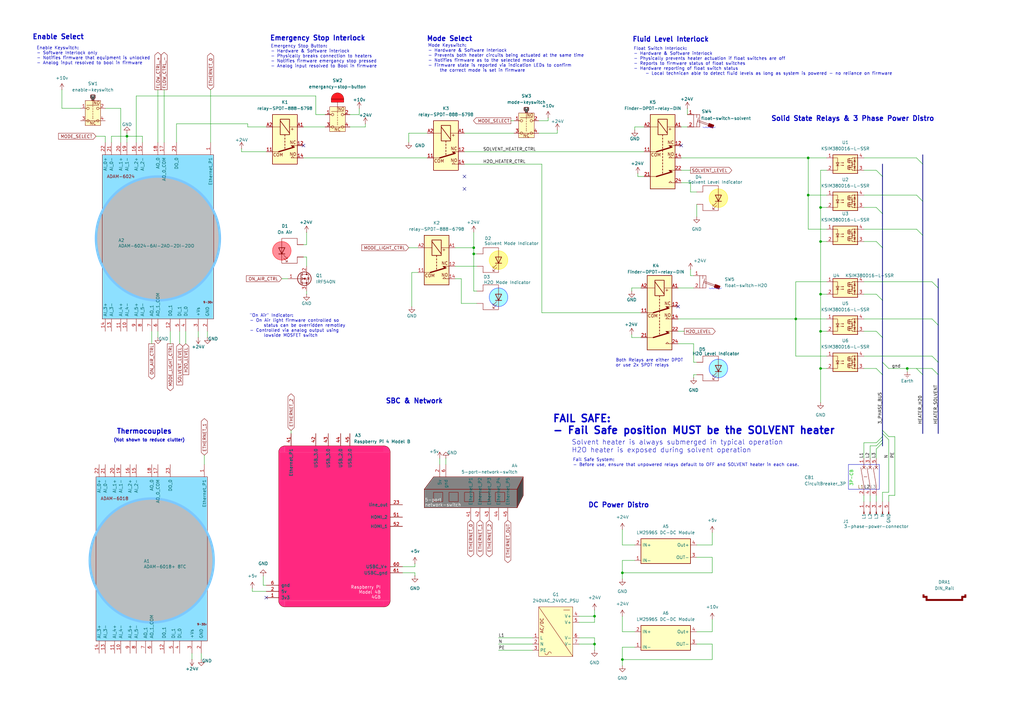
<source format=kicad_sch>
(kicad_sch (version 20231120) (generator "eeschema") (generator_version "8.0")
  (paper "A3")
  (junction (at 326.39 130.81))
  (junction (at 331.47 80.01))
  (junction (at 255.27 270.51))
  (junction (at 194.31 101.6))
  (junction (at 336.55 120.65))
  (junction (at 336.55 135.89))
  (junction (at 255.27 234.95))
  (junction (at 331.47 64.77))
  (junction (at 52.07 55.88))
  (junction (at 243.84 252.73))
  (junction (at 336.55 85.09))
  (junction (at 372.11 151.13))
  (junction (at 336.55 99.06))
  (junction (at 336.55 151.13))
  (junction (at 194.31 104.14))
  (junction (at 243.84 264.16))
  (no_connect (at 278.13 125.73))
  (no_connect (at 279.4 59.69))
  (no_connect (at 124.46 59.69))
  (no_connect (at 190.5 77.47))
  (no_connect (at 109.22 245.11))
  (no_connect (at 190.5 72.39))
  (bus_entry (at 375.92 93.98) (size 2.54 2.54))
  (bus_entry (at 359.41 85.09) (size 2.54 2.54))
  (bus_entry (at 382.27 115.57) (size 2.54 2.54))
  (bus_entry (at 359.41 135.89) (size 2.54 2.54))
  (bus_entry (at 361.95 176.53) (size 2.54 2.54))
  (bus_entry (at 359.41 151.13) (size 2.54 2.54))
  (bus_entry (at 382.27 146.05) (size 2.54 2.54))
  (bus_entry (at 361.95 179.07) (size -2.54 2.54))
  (bus_entry (at 361.95 148.59) (size 2.54 2.54))
  (bus_entry (at 361.95 177.8) (size 2.54 2.54))
  (bus_entry (at 382.27 151.13) (size 2.54 2.54))
  (bus_entry (at 361.95 180.34) (size -2.54 2.54))
  (bus_entry (at 375.92 151.13) (size 2.54 2.54))
  (bus_entry (at 359.41 99.06) (size 2.54 2.54))
  (bus_entry (at 359.41 120.65) (size 2.54 2.54))
  (bus_entry (at 382.27 130.81) (size 2.54 2.54))
  (bus_entry (at 375.92 64.77) (size 2.54 2.54))
  (bus_entry (at 359.41 69.85) (size 2.54 2.54))
  (bus_entry (at 359.41 184.15) (size 2.54 -2.54))
  (bus_entry (at 375.92 80.01) (size 2.54 2.54))
  (wire (pts (xy 149.86 52.07) (xy 149.86 50.8)))
  (wire (pts (xy 336.55 99.06) (xy 336.55 120.65)))
  (wire (pts (xy 255.27 229.87) (xy 260.35 229.87)))
  (wire (pts (xy 209.55 49.53) (xy 210.82 49.53)))
  (wire (pts (xy 52.07 55.88) (xy 52.07 58.42)))
  (wire (pts (xy 67.31 36.83) (xy 67.31 58.42)))
  (wire (pts (xy 125.73 109.22) (xy 125.73 105.41)))
  (wire (pts (xy 283.21 78.74) (xy 283.21 74.93)))
  (wire (pts (xy 336.55 135.89) (xy 336.55 151.13)))
  (wire (pts (xy 143.51 52.07) (xy 149.86 52.07)))
  (wire (pts (xy 259.08 138.43) (xy 262.89 138.43)))
  (wire (pts (xy 285.75 223.52) (xy 292.1 223.52)))
  (wire (pts (xy 228.6 54.61) (xy 228.6 53.34)))
  (wire (pts (xy 255.27 229.87) (xy 255.27 234.95)))
  (wire (pts (xy 279.4 52.07) (xy 281.94 52.07)))
  (wire (pts (xy 194.31 104.14) (xy 194.31 101.6)))
  (wire (pts (xy 372.11 151.13) (xy 375.92 151.13)))
  (wire (pts (xy 382.27 151.13) (xy 375.92 151.13)))
  (wire (pts (xy 52.07 54.61) (xy 52.07 55.88)))
  (wire (pts (xy 62.23 135.89) (xy 62.23 140.97)))
  (wire (pts (xy 83.82 186.69) (xy 83.82 190.5)))
  (wire (pts (xy 170.18 231.14) (xy 170.18 232.41)))
  (wire (pts (xy 73.66 135.89) (xy 73.66 140.97)))
  (wire (pts (xy 195.58 104.14) (xy 194.31 104.14)))
  (wire (pts (xy 255.27 265.43) (xy 255.27 270.51)))
  (wire (pts (xy 124.46 52.07) (xy 133.35 52.07)))
  (wire (pts (xy 367.03 179.07) (xy 367.03 203.2)))
  (wire (pts (xy 125.73 120.65) (xy 125.73 119.38)))
  (wire (pts (xy 354.33 181.61) (xy 359.41 181.61)))
  (wire (pts (xy 331.47 64.77) (xy 339.09 64.77)))
  (wire (pts (xy 190.5 54.61) (xy 210.82 54.61)))
  (wire (pts (xy 182.88 187.96) (xy 182.88 190.5)))
  (wire (pts (xy 354.33 181.61) (xy 354.33 187.96)))
  (wire (pts (xy 243.84 264.16) (xy 243.84 266.7)))
  (wire (pts (xy 331.47 80.01) (xy 339.09 80.01)))
  (wire (pts (xy 364.49 151.13) (xy 372.11 151.13)))
  (wire (pts (xy 167.64 54.61) (xy 175.26 54.61)))
  (wire (pts (xy 259.08 118.11) (xy 259.08 119.38)))
  (wire (pts (xy 115.57 114.3) (xy 118.11 114.3)))
  (wire (pts (xy 52.07 55.88) (xy 45.72 55.88)))
  (wire (pts (xy 25.4 36.83) (xy 25.4 44.45)))
  (wire (pts (xy 124.46 105.41) (xy 125.73 105.41)))
  (wire (pts (xy 45.72 55.88) (xy 45.72 58.42)))
  (wire (pts (xy 354.33 115.57) (xy 382.27 115.57)))
  (wire (pts (xy 167.64 54.61) (xy 167.64 58.42)))
  (wire (pts (xy 336.55 120.65) (xy 339.09 120.65)))
  (wire (pts (xy 361.95 205.74) (xy 361.95 201.93)))
  (wire (pts (xy 354.33 120.65) (xy 359.41 120.65)))
  (wire (pts (xy 64.77 138.43) (xy 64.77 135.89)))
  (wire (pts (xy 101.6 52.07) (xy 109.22 52.07)))
  (wire (pts (xy 354.33 135.89) (xy 359.41 135.89)))
  (wire (pts (xy 354.33 146.05) (xy 382.27 146.05)))
  (bus (pts (xy 361.95 138.43) (xy 361.95 148.59)))
  (wire (pts (xy 262.89 118.11) (xy 259.08 118.11)))
  (wire (pts (xy 260.35 52.07) (xy 260.35 53.34)))
  (wire (pts (xy 129.54 39.37) (xy 129.54 46.99)))
  (bus (pts (xy 378.46 82.55) (xy 378.46 96.52)))
  (wire (pts (xy 292.1 218.44) (xy 292.1 223.52)))
  (wire (pts (xy 220.98 49.53) (xy 224.79 49.53)))
  (bus (pts (xy 378.46 153.67) (xy 378.46 177.8)))
  (wire (pts (xy 224.79 49.53) (xy 224.79 48.26)))
  (wire (pts (xy 279.4 64.77) (xy 331.47 64.77)))
  (wire (pts (xy 285.75 259.08) (xy 292.1 259.08)))
  (bus (pts (xy 361.95 177.8) (xy 361.95 179.07)))
  (wire (pts (xy 354.33 93.98) (xy 375.92 93.98)))
  (wire (pts (xy 292.1 270.51) (xy 255.27 270.51)))
  (wire (pts (xy 326.39 130.81) (xy 326.39 146.05)))
  (wire (pts (xy 292.1 234.95) (xy 255.27 234.95)))
  (wire (pts (xy 280.67 135.89) (xy 278.13 135.89)))
  (wire (pts (xy 261.62 72.39) (xy 264.16 72.39)))
  (wire (pts (xy 326.39 115.57) (xy 339.09 115.57)))
  (wire (pts (xy 243.84 261.62) (xy 243.84 264.16)))
  (wire (pts (xy 195.58 124.46) (xy 189.23 124.46)))
  (wire (pts (xy 326.39 130.81) (xy 326.39 115.57)))
  (wire (pts (xy 354.33 85.09) (xy 359.41 85.09)))
  (wire (pts (xy 39.37 55.88) (xy 43.18 55.88)))
  (wire (pts (xy 69.85 140.97) (xy 69.85 135.89)))
  (wire (pts (xy 125.73 100.33) (xy 124.46 100.33)))
  (wire (pts (xy 147.32 44.45) (xy 147.32 46.99)))
  (wire (pts (xy 356.87 182.88) (xy 359.41 182.88)))
  (wire (pts (xy 43.18 55.88) (xy 43.18 58.42)))
  (wire (pts (xy 284.48 153.67) (xy 285.75 153.67)))
  (wire (pts (xy 331.47 80.01) (xy 331.47 93.98)))
  (wire (pts (xy 364.49 203.2) (xy 364.49 205.74)))
  (bus (pts (xy 384.81 133.35) (xy 384.81 118.11)))
  (wire (pts (xy 243.84 252.73) (xy 243.84 250.19)))
  (wire (pts (xy 336.55 151.13) (xy 339.09 151.13)))
  (wire (pts (xy 25.4 44.45) (xy 33.02 44.45)))
  (wire (pts (xy 278.13 130.81) (xy 326.39 130.81)))
  (wire (pts (xy 86.36 36.83) (xy 86.36 58.42)))
  (bus (pts (xy 361.95 87.63) (xy 361.95 101.6)))
  (wire (pts (xy 354.33 69.85) (xy 359.41 69.85)))
  (wire (pts (xy 78.74 267.97) (xy 78.74 270.51)))
  (wire (pts (xy 204.47 264.16) (xy 218.44 264.16)))
  (wire (pts (xy 55.88 39.37) (xy 55.88 58.42)))
  (wire (pts (xy 103.505 241.3) (xy 103.505 242.57)))
  (wire (pts (xy 292.1 254) (xy 292.1 259.08)))
  (wire (pts (xy 189.23 114.3) (xy 189.23 124.46)))
  (wire (pts (xy 107.95 240.03) (xy 109.22 240.03)))
  (wire (pts (xy 359.41 205.74) (xy 359.41 203.2)))
  (wire (pts (xy 283.21 74.93) (xy 279.4 74.93)))
  (wire (pts (xy 189.23 114.3) (xy 186.69 114.3)))
  (wire (pts (xy 204.47 266.7) (xy 218.44 266.7)))
  (wire (pts (xy 283.21 69.85) (xy 279.4 69.85)))
  (wire (pts (xy 284.48 154.94) (xy 284.48 153.67)))
  (wire (pts (xy 167.64 101.6) (xy 171.45 101.6)))
  (wire (pts (xy 364.49 180.34) (xy 364.49 201.93)))
  (wire (pts (xy 129.54 46.99) (xy 133.35 46.99)))
  (wire (pts (xy 107.95 236.22) (xy 107.95 240.03)))
  (wire (pts (xy 99.06 62.23) (xy 99.06 60.96)))
  (bus (pts (xy 361.95 72.39) (xy 361.95 87.63)))
  (wire (pts (xy 364.49 203.2) (xy 367.03 203.2)))
  (bus (pts (xy 384.81 133.35) (xy 384.81 148.59)))
  (wire (pts (xy 336.55 85.09) (xy 336.55 99.06)))
  (wire (pts (xy 194.31 104.14) (xy 194.31 119.38)))
  (wire (pts (xy 331.47 93.98) (xy 339.09 93.98)))
  (wire (pts (xy 278.13 118.11) (xy 284.48 118.11)))
  (wire (pts (xy 190.5 67.31) (xy 222.25 67.31)))
  (wire (pts (xy 170.18 232.41) (xy 165.1 232.41)))
  (wire (pts (xy 255.27 252.73) (xy 255.27 259.08)))
  (wire (pts (xy 186.69 109.22) (xy 195.58 109.22)))
  (wire (pts (xy 103.505 242.57) (xy 109.22 242.57)))
  (wire (pts (xy 364.49 179.07) (xy 367.03 179.07)))
  (wire (pts (xy 171.45 111.76) (xy 168.91 111.76)))
  (wire (pts (xy 255.27 265.43) (xy 260.35 265.43)))
  (wire (pts (xy 186.69 101.6) (xy 194.31 101.6)))
  (wire (pts (xy 237.49 264.16) (xy 243.84 264.16)))
  (wire (pts (xy 125.73 95.25) (xy 125.73 100.33)))
  (wire (pts (xy 285.75 264.16) (xy 292.1 264.16)))
  (wire (pts (xy 43.18 44.45) (xy 49.53 44.45)))
  (wire (pts (xy 180.34 187.96) (xy 180.34 190.5)))
  (wire (pts (xy 237.49 261.62) (xy 243.84 261.62)))
  (wire (pts (xy 194.31 119.38) (xy 195.58 119.38)))
  (wire (pts (xy 237.49 252.73) (xy 243.84 252.73)))
  (wire (pts (xy 243.84 255.27) (xy 243.84 252.73)))
  (wire (pts (xy 124.46 64.77) (xy 175.26 64.77)))
  (wire (pts (xy 204.47 261.62) (xy 218.44 261.62)))
  (wire (pts (xy 190.5 62.23) (xy 264.16 62.23)))
  (bus (pts (xy 384.81 148.59) (xy 384.81 153.67)))
  (bus (pts (xy 378.46 63.5) (xy 378.46 67.31)))
  (wire (pts (xy 143.51 46.99) (xy 147.32 46.99)))
  (wire (pts (xy 58.42 55.88) (xy 52.07 55.88)))
  (wire (pts (xy 336.55 99.06) (xy 339.09 99.06)))
  (wire (pts (xy 255.27 234.95) (xy 255.27 237.49)))
  (bus (pts (xy 361.95 123.19) (xy 361.95 138.43)))
  (wire (pts (xy 85.09 138.43) (xy 85.09 135.89)))
  (wire (pts (xy 354.33 64.77) (xy 375.92 64.77)))
  (bus (pts (xy 384.81 153.67) (xy 384.81 177.8)))
  (wire (pts (xy 292.1 228.6) (xy 292.1 234.95)))
  (wire (pts (xy 194.31 95.25) (xy 194.31 101.6)))
  (wire (pts (xy 354.33 80.01) (xy 375.92 80.01)))
  (wire (pts (xy 101.6 50.8) (xy 101.6 52.07)))
  (wire (pts (xy 170.18 234.95) (xy 165.1 234.95)))
  (wire (pts (xy 64.77 36.83) (xy 64.77 58.42)))
  (wire (pts (xy 170.18 236.22) (xy 170.18 234.95)))
  (wire (pts (xy 58.42 55.88) (xy 58.42 58.42)))
  (bus (pts (xy 361.95 181.61) (xy 361.95 182.88)))
  (wire (pts (xy 285.75 228.6) (xy 292.1 228.6)))
  (bus (pts (xy 361.95 67.31) (xy 361.95 72.39)))
  (wire (pts (xy 326.39 146.05) (xy 339.09 146.05)))
  (bus (pts (xy 361.95 176.53) (xy 361.95 177.8)))
  (wire (pts (xy 264.16 52.07) (xy 260.35 52.07)))
  (wire (pts (xy 255.27 259.08) (xy 260.35 259.08)))
  (wire (pts (xy 284.48 148.59) (xy 284.48 140.97)))
  (wire (pts (xy 72.39 50.8) (xy 101.6 50.8)))
  (wire (pts (xy 284.48 140.97) (xy 278.13 140.97)))
  (wire (pts (xy 76.2 135.89) (xy 76.2 140.97)))
  (wire (pts (xy 336.55 120.65) (xy 336.55 135.89)))
  (wire (pts (xy 331.47 64.77) (xy 331.47 80.01)))
  (wire (pts (xy 119.38 177.8) (xy 119.38 176.53)))
  (bus (pts (xy 378.46 67.31) (xy 378.46 82.55)))
  (wire (pts (xy 283.21 78.74) (xy 285.75 78.74)))
  (wire (pts (xy 81.28 135.89) (xy 81.28 138.43)))
  (bus (pts (xy 361.95 180.34) (xy 361.95 181.61)))
  (wire (pts (xy 359.41 184.15) (xy 359.41 187.96)))
  (bus (pts (xy 384.81 114.3) (xy 384.81 118.11)))
  (wire (pts (xy 255.27 217.17) (xy 255.27 223.52)))
  (wire (pts (xy 356.87 182.88) (xy 356.87 187.96)))
  (wire (pts (xy 336.55 135.89) (xy 339.09 135.89)))
  (wire (pts (xy 255.27 270.51) (xy 255.27 273.05)))
  (wire (pts (xy 354.33 130.81) (xy 382.27 130.81)))
  (wire (pts (xy 72.39 58.42) (xy 72.39 50.8)))
  (bus (pts (xy 361.95 101.6) (xy 361.95 123.19)))
  (wire (pts (xy 55.88 39.37) (xy 129.54 39.37)))
  (wire (pts (xy 255.27 223.52) (xy 260.35 223.52)))
  (bus (pts (xy 378.46 96.52) (xy 378.46 153.67)))
  (wire (pts (xy 168.91 111.76) (xy 168.91 125.73)))
  (bus (pts (xy 361.95 179.07) (xy 361.95 180.34)))
  (bus (pts (xy 361.95 153.67) (xy 361.95 176.53)))
  (wire (pts (xy 283.21 113.03) (xy 284.48 113.03)))
  (wire (pts (xy 354.33 151.13) (xy 359.41 151.13)))
  (wire (pts (xy 372.11 152.4) (xy 372.11 151.13)))
  (wire (pts (xy 292.1 264.16) (xy 292.1 270.51)))
  (bus (pts (xy 361.95 148.59) (xy 361.95 153.67)))
  (wire (pts (xy 49.53 44.45) (xy 49.53 58.42)))
  (wire (pts (xy 326.39 130.81) (xy 339.09 130.81)))
  (wire (pts (xy 336.55 85.09) (xy 339.09 85.09)))
  (wire (pts (xy 339.09 69.85) (xy 336.55 69.85)))
  (wire (pts (xy 354.33 205.74) (xy 354.33 203.2)))
  (wire (pts (xy 336.55 151.13) (xy 336.55 165.1)))
  (wire (pts (xy 261.62 71.12) (xy 261.62 72.39)))
  (wire (pts (xy 82.55 270.51) (xy 82.55 267.97)))
  (wire (pts (xy 361.95 201.93) (xy 364.49 201.93)))
  (wire (pts (xy 285.75 88.9) (xy 285.75 83.82)))
  (wire (pts (xy 336.55 69.85) (xy 336.55 85.09)))
  (wire (pts (xy 354.33 99.06) (xy 359.41 99.06)))
  (wire (pts (xy 356.87 205.74) (xy 356.87 203.2)))
  (wire (pts (xy 283.21 113.03) (xy 283.21 110.49)))
  (wire (pts (xy 222.25 67.31) (xy 222.25 128.27)))
  (wire (pts (xy 237.49 255.27) (xy 243.84 255.27)))
  (wire (pts (xy 222.25 128.27) (xy 262.89 128.27)))
  (wire (pts (xy 259.08 137.16) (xy 259.08 138.43)))
  (wire (pts (xy 99.06 62.23) (xy 109.22 62.23)))
  (wire (pts (xy 285.75 148.59) (xy 284.48 148.59)))
  (wire (pts (xy 220.98 54.61) (xy 228.6 54.61)))
  (wire (pts (xy 281.94 46.99) (xy 281.94 44.45)))
  (text "Emergency Stop Interlock" (at 130.302 15.748 0) (effects (font (size 2 2) (thickness 0.4) (bold yes))))
  (text "Emergency Stop Button:\n- Hardware & Software interlock\n- Physically breaks connection to heaters\n- Notifies firmware emergancy stop pressed\n- Analog input resolved to Bool in firmware" (at 110.998 23.114 0) (effects (font (size 1.27 1.27)) (justify left)))
  (text "Enable Select" (at 23.876 15.24 0) (effects (font (size 2 2) (thickness 0.4) (bold yes))))
  (text "Float Switch Interlock:\n- Hardware & Software interlock\n- Physically prevents heater actuation if float switches are off\n- Reports to firmware status of float switches\n- Hardware reporting of float switch status\n	- Local technican able to detect fluid levels as long as system is powered - no reliance on firmware\n" (at 259.842 25.146 0) (effects (font (size 1.27 1.27)) (justify left)))
  (text "(Not shown to reduce clutter)" (at 61.214 180.594 0) (effects (font (size 1.27 1.27) (bold yes))))
  (text "Enable Keyswitch:\n- Software Interlock only\n- Notifies firmware that equipment is unlocked\n- Analog input resolved to bool in firmware\n" (at 14.986 22.86 0) (effects (font (size 1.27 1.27)) (justify left)))
  (text "Fluid Level Interlock" (at 275.082 16.256 0) (effects (font (size 2 2) (thickness 0.4) (bold yes))))
  (text "SBC & Network" (at 169.926 164.592 0) (effects (font (size 2 2) (thickness 0.4) (bold yes))))
  (text "Fail Safe System:\n- Before use, ensure that unpowered relays default to OFF and SOLVENT heater in each case." (at 234.95 187.96 0) (effects (font (size 1.27 1.27)) (justify left top)))
  (text "Both Relays are either DPDT\nor use 2x SPDT relays" (at 252.476 148.844 0) (effects (font (size 1.27 1.27)) (justify left)))
  (text "\"On Air\" Indicator:\n- On Air light firmware controlled so\n	 status can be overridden remotley\n- Controlled via analog output using\n	 lowside MOSFET switch" (at 102.362 128.778 0) (effects (font (size 1.27 1.27)) (justify left top)))
  (text "Mode Keyswitch:\n- Hardware & Software Interlock\n- Prevents both heater circuits being actuated at the same time\n- Notifies firmware as to the selected mode\n- Firmware state is reported via indication LEDs to confirm \n	the correct mode is set in firmware" (at 175.514 23.876 0) (effects (font (size 1.27 1.27)) (justify left)))
  (text "Solvent heater is always submerged in typical operation\nH2O heater is exposed during solvent operation" (at 234.442 180.34 0) (effects (font (size 2 2)) (justify left top)))
  (text "DC Power Distro" (at 253.746 207.264 0) (effects (font (size 2 2) (thickness 0.4) (bold yes))))
  (text "Thermocouples" (at 59.182 177.038 0) (effects (font (size 2 2) (thickness 0.4) (bold yes))))
  (text "FAIL SAFE:\n- Fail Safe position MUST be the SOLVENT heater" (at 226.568 174.244 0) (effects (font (size 3 3) (thickness 0.6) (bold yes)) (justify left)))
  (text "Mode Select" (at 184.404 16.002 0) (effects (font (size 2 2) (thickness 0.4) (bold yes))))
  (text "Solid State Relays & 3 Phase Power Distro" (at 349.758 48.768 0) (effects (font (size 2 2) (thickness 0.4) (bold yes))))
  (label "PE" (at 367.03 187.96 90))
  (label "SOLVENT_HEATER_CTRL" (at 198.12 62.23 0))
  (label "H2O_HEATER_CTRL" (at 198.12 67.31 0))
  (label "L3" (at 359.41 187.96 90))
  (label "N" (at 364.49 187.96 90))
  (label "HEATER_H20" (at 378.46 173.99 90))
  (label "gnd" (at 365.76 151.13 0))
  (label "PE" (at 204.47 266.7 0))
  (label "L1" (at 204.47 261.62 0))
  (label "L2" (at 356.87 187.96 90))
  (label "N" (at 204.47 264.16 0))
  (label "HEATER_SOLVENT" (at 384.81 173.99 90))
  (label "L1" (at 354.33 187.96 90))
  (label "3_PHASE_BUS" (at 361.95 173.99 90))
  (global_label "ETHERNET_2" (shape bidirectional) (at 119.38 176.53 90) (property "Intersheetrefs" "${INTERSHEET_REFS}" (effects (hide yes))))
  (global_label "ON_AIR_CTRL" (shape input) (at 115.57 114.3 180) (property "Intersheetrefs" "${INTERSHEET_REFS}" (effects (hide yes))))
  (global_label "SOLVENT_LEVEL" (shape input) (at 73.66 140.97 270) (property "Intersheetrefs" "${INTERSHEET_REFS}" (effects (hide yes))))
  (global_label "MODE_LIGHT_CTRL" (shape input) (at 167.64 101.6 180) (property "Intersheetrefs" "${INTERSHEET_REFS}" (effects (hide yes))))
  (global_label "ETHERNET_1" (shape bidirectional) (at 83.82 186.69 90) (property "Intersheetrefs" "${INTERSHEET_REFS}" (effects (hide yes))))
  (global_label "ETHERNET_1" (shape bidirectional) (at 196.85 213.36 270) (property "Intersheetrefs" "${INTERSHEET_REFS}" (effects (hide yes))))
  (global_label "MODE_SELECT" (shape input) (at 39.37 55.88 180) (property "Intersheetrefs" "${INTERSHEET_REFS}" (effects (hide yes))))
  (global_label "ETHERNET_2" (shape bidirectional) (at 200.66 213.36 270) (property "Intersheetrefs" "${INTERSHEET_REFS}" (effects (hide yes))))
  (global_label "SOLVENT_LEVEL" (shape output) (at 283.21 69.85 0) (property "Intersheetrefs" "${INTERSHEET_REFS}" (effects (hide yes))))
  (global_label "FLOW_CTRL_+" (shape output) (at 64.77 36.83 90) (property "Intersheetrefs" "${INTERSHEET_REFS}" (effects (hide yes))))
  (global_label "MODE_LIGHT_CTRL" (shape output) (at 69.85 140.97 270) (property "Intersheetrefs" "${INTERSHEET_REFS}" (effects (hide yes))))
  (global_label "H2O_LEVEL" (shape input) (at 76.2 140.97 270) (property "Intersheetrefs" "${INTERSHEET_REFS}" (effects (hide yes))))
  (global_label "ETHERNET_0" (shape bidirectional) (at 193.04 213.36 270) (property "Intersheetrefs" "${INTERSHEET_REFS}" (effects (hide yes))))
  (global_label "H2O_LEVEL" (shape output) (at 280.67 135.89 0) (property "Intersheetrefs" "${INTERSHEET_REFS}" (effects (hide yes))))
  (global_label "ETHERNET_0" (shape bidirectional) (at 86.36 36.83 90) (property "Intersheetrefs" "${INTERSHEET_REFS}" (effects (hide yes))))
  (global_label "ETHERNET_OUT" (shape bidirectional) (at 208.28 213.36 270) (property "Intersheetrefs" "${INTERSHEET_REFS}" (effects (hide yes))))
  (global_label "ON_AIR_CTRL" (shape output) (at 62.23 140.97 270) (property "Intersheetrefs" "${INTERSHEET_REFS}" (effects (hide yes))))
  (global_label "MODE_SELECT" (shape output) (at 209.55 49.53 180) (property "Intersheetrefs" "${INTERSHEET_REFS}" (effects (hide yes))))
  (global_label "FLOW_CTRL_-" (shape output) (at 67.31 36.83 90) (property "Intersheetrefs" "${INTERSHEET_REFS}" (effects (hide yes))))
  (symbol (lib_id "004_Industrial_Automation_ADAM:SW-keyswitch") (at 38.1 46.99 0) (unit 1)
    (property "Reference" "SW1" (at 38.1 34.29 0))
    (property "Value" "enable-keyswitch" (at 38.1 36.83 0))
    (property "Description" "Push button switch, generic, symbol, four pins" (effects (hide yes)))
  )
  (symbol (lib_id "000_Mechanical_Immo:DIN_Rail") (at 387.35 242.57 0) (unit 1)
    (property "Reference" "DRA1" (at 387.35 238.76 0))
    (property "Value" "DIN_Rail" (at 387.35 241.3 0))
    (property "Description" "DIN Rail adapter universal, mounting holes without connection" (effects (hide yes)))
  )
  (symbol (lib_id "004_Industrial_Automation_ADAM:KSIM380D16-L-SSR") (at 346.71 118.11 0) (unit 1)
    (property "Reference" "U4" (at 341.63 113.03 0) (effects (justify left)))
    (property "Value" "KSIM380D16-L-SSR" (at 346.71 113.03 0) (effects (justify left)))
    (property "Footprint" "000-industrial:KSIM380D16-L-solid-state-relay" (effects (hide yes)))
    (property "Datasheet" "https://docs.broadcom.com/docs/AV02-0173EN" (effects (hide yes)))
    (property "Description" "Form A, Solid State Relay (Photo MOSFET) 60V, 0.2A, 10Ohm, SO-4" (effects (hide yes)))
  )
  (symbol (lib_id "power:+24V") (at 194.31 95.25 0) (unit 1)
    (property "Reference" "#PWR021" (effects (hide yes)))
    (property "Value" "+24V" (at 194.056 91.186 0))
    (property "Description" "Power symbol creates a global label with name \"+24V\"" (effects (hide yes)))
  )
  (symbol (lib_id "power:GND") (at 125.73 120.65 0) (unit 1)
    (property "Reference" "#PWR012" (effects (hide yes)))
    (property "Value" "GND" (at 125.73 124.46 0))
    (property "Description" "Power symbol creates a global label with name \"GND\" , ground" (effects (hide yes)))
  )
  (symbol (lib_id "power:+24V") (at 25.4 36.83 0) (unit 1)
    (property "Reference" "#PWR01" (effects (hide yes)))
    (property "Value" "+10v" (at 25.4 32.004 0))
    (property "Description" "Power symbol creates a global label with name \"+24V\"" (effects (hide yes)))
  )
  (symbol (lib_id "004_Industrial_Automation_ADAM:LED-panel-yellow") (at 204.47 106.68 0) (mirror y) (unit 1)
    (property "Reference" "D2" (at 200.152 97.79 0))
    (property "Value" "Solvent Mode Indicator" (at 209.804 99.822 0))
    (property "Description" "Light emitting diode" (effects (hide yes)))
  )
  (symbol (lib_id "power:GND") (at 85.09 138.43 0) (unit 1)
    (property "Reference" "#PWR07" (effects (hide yes)))
    (property "Value" "GND" (at 87.376 138.938 0))
    (property "Description" "Power symbol creates a global label with name \"GND\" , ground" (effects (hide yes)))
  )
  (symbol (lib_id "power:GND") (at 259.08 119.38 0) (unit 1)
    (property "Reference" "#PWR030" (effects (hide yes)))
    (property "Value" "GND" (at 259.08 122.936 0))
    (property "Description" "Power symbol creates a global label with name \"GND\" , ground" (effects (hide yes)))
  )
  (symbol (lib_id "004_Industrial_Automation_ADAM:KSIM380D16-L-SSR") (at 346.71 133.35 0) (unit 1)
    (property "Reference" "U5" (at 346.71 124.46 0))
    (property "Value" "KSIM380D16-L-SSR" (at 346.71 127 0))
    (property "Footprint" "000-industrial:KSIM380D16-L-solid-state-relay" (effects (hide yes)))
    (property "Datasheet" "https://docs.broadcom.com/docs/AV02-0173EN" (effects (hide yes)))
    (property "Description" "Form A, Solid State Relay (Photo MOSFET) 60V, 0.2A, 10Ohm, SO-4" (effects (hide yes)))
  )
  (symbol (lib_id "power:GND") (at 82.55 270.51 0) (unit 1)
    (property "Reference" "#PWR06" (effects (hide yes)))
    (property "Value" "GND" (at 84.836 271.018 0))
    (property "Description" "Power symbol creates a global label with name \"GND\" , ground" (effects (hide yes)))
  )
  (symbol (lib_id "004_Industrial_Automation_ADAM:KSIM380D16-L-SSR") (at 346.71 82.55 0) (unit 1)
    (property "Reference" "U2" (at 346.71 73.66 0))
    (property "Value" "KSIM380D16-L-SSR" (at 346.71 76.2 0))
    (property "Footprint" "000-industrial:KSIM380D16-L-solid-state-relay" (effects (hide yes)))
    (property "Datasheet" "https://docs.broadcom.com/docs/AV02-0173EN" (effects (hide yes)))
    (property "Description" "Form A, Solid State Relay (Photo MOSFET) 60V, 0.2A, 10Ohm, SO-4" (effects (hide yes)))
  )
  (symbol (lib_id "004_Industrial_Automation_ADAM:ADAM-6024-6AI-2AO-2DI-2DO") (at 64.77 97.79 0) (unit 1)
    (property "Reference" "A2" (at 48.514 98.552 0) (effects (justify left)))
    (property "Value" "ADAM-6024-6AI-2AO-2DI-2DO" (at 48.514 100.838 0) (effects (justify left)))
  )
  (symbol (lib_id "power:+24V") (at 255.27 217.17 0) (unit 1)
    (property "Reference" "#PWR026" (effects (hide yes)))
    (property "Value" "+24V" (at 255.27 212.09 0))
    (property "Description" "Power symbol creates a global label with name \"+24V\"" (effects (hide yes)))
  )
  (symbol (lib_id "004_Industrial_Automation_ADAM:network-switch-5-way") (at 194.31 201.93 0) (unit 1)
    (property "Reference" "A4" (at 212.344 191.008 0) (effects (justify right)))
    (property "Value" "5-port-network-switch" (at 212.344 193.548 0) (effects (justify right)))
  )
  (symbol (lib_id "004_Industrial_Connectors_Immo:240VAC_24VDC_PSU") (at 223.52 261.62 90) (mirror x) (unit 1)
    (property "Reference" "G1" (at 227.9649 243.84 90))
    (property "Value" "240VAC_24VDC_PSU" (at 227.9649 246.38 90))
    (property "Description" "250W 9-40v Input Non-Isolated DC-DC Converter" (effects (hide yes)))
  )
  (symbol (lib_id "004_Industrial_Automation_ADAM:float-switch") (at 287.02 49.53 0) (unit 1)
    (property "Reference" "SW4" (at 287.782 45.72 0) (effects (justify left)))
    (property "Value" "float-switch-solvent" (at 287.528 48.514 0) (effects (justify left)))
    (property "Description" "Single Pole Single Throw (SPST) switch" (effects (hide yes)))
  )
  (symbol (lib_id "power:+24V") (at 292.1 254 0) (unit 1)
    (property "Reference" "#PWR039" (effects (hide yes)))
    (property "Value" "+10v" (at 292.1 248.92 0))
    (property "Description" "Power symbol creates a global label with name \"+24V\"" (effects (hide yes)))
  )
  (symbol (lib_id "power:GND") (at 170.18 236.22 0) (unit 1)
    (property "Reference" "#PWR018" (effects (hide yes)))
    (property "Value" "GND" (at 170.18 241.3 0))
    (property "Description" "Power symbol creates a global label with name \"GND\" , ground" (effects (hide yes)))
  )
  (symbol (lib_id "power:GND") (at 255.27 273.05 0) (unit 1)
    (property "Reference" "#PWR029" (effects (hide yes)))
    (property "Value" "GND" (at 255.27 278.13 0))
    (property "Description" "Power symbol creates a global label with name \"GND\" , ground" (effects (hide yes)))
  )
  (symbol (lib_id "004_Industrial_Automation_ADAM:SW-emergancy-stop") (at 138.43 49.53 0) (unit 1)
    (property "Reference" "SW2" (at 138.43 33.02 0))
    (property "Value" "emergancy-stop-button" (at 138.43 35.56 0))
    (property "Description" "Push button switch, generic, symbol, four pins" (effects (hide yes)))
  )
  (symbol (lib_id "power:GND") (at 284.48 154.94 0) (unit 1)
    (property "Reference" "#PWR036" (effects (hide yes)))
    (property "Value" "GND" (at 284.48 160.02 0))
    (property "Description" "Power symbol creates a global label with name \"GND\" , ground" (effects (hide yes)))
  )
  (symbol (lib_id "004_Industrial_Automation_ADAM:relay-DPDT-DIN-RAIL-finder-623-7157") (at 270.51 124.46 0) (unit 1)
    (property "Reference" "K4" (at 268.986 108.966 0))
    (property "Value" "Finder-DPDT-relay-DIN" (at 268.986 111.506 0))
    (property "Footprint" "000-industrial:relay-DPDT-finder-623-7157" (effects (hide yes)))
    (property "Datasheet" "http://omronfs.omron.com/en_US/ecb/products/pdf/en-g6k.pdf" (effects (hide yes)))
    (property "Description" "Miniature 2-pole relay, Single-side Stable" (effects (hide yes)))
  )
  (symbol (lib_id "power:+24V") (at 147.32 44.45 0) (unit 1)
    (property "Reference" "#PWR013" (effects (hide yes)))
    (property "Value" "+10v" (at 147.32 40.894 0))
    (property "Description" "Power symbol creates a global label with name \"+24V\"" (effects (hide yes)))
  )
  (symbol (lib_id "power:GND") (at 52.07 54.61 180) (unit 1)
    (property "Reference" "#PWR02" (effects (hide yes)))
    (property "Value" "GND" (at 52.07 51.054 0))
    (property "Description" "Power symbol creates a global label with name \"GND\" , ground" (effects (hide yes)))
  )
  (symbol (lib_id "power:+24V") (at 283.21 110.49 0) (unit 1)
    (property "Reference" "#PWR035" (effects (hide yes)))
    (property "Value" "+24V" (at 287.02 106.934 0))
    (property "Description" "Power symbol creates a global label with name \"+24V\"" (effects (hide yes)))
  )
  (symbol (lib_id "power:GND") (at 336.55 165.1 0) (unit 1)
    (property "Reference" "#PWR040" (effects (hide yes)))
    (property "Value" "GND" (at 336.55 170.18 0))
    (property "Description" "Power symbol creates a global label with name \"GND\" , ground" (effects (hide yes)))
  )
  (symbol (lib_id "power:GND") (at 168.91 125.73 0) (unit 1)
    (property "Reference" "#PWR016" (effects (hide yes)))
    (property "Value" "GND" (at 168.91 129.54 0))
    (property "Description" "Power symbol creates a global label with name \"GND\" , ground" (effects (hide yes)))
  )
  (symbol (lib_id "004_Industrial_Automation_ADAM:LED-panel-blue") (at 294.64 151.13 0) (mirror y) (unit 1)
    (property "Reference" "D5" (at 288.036 143.256 0))
    (property "Value" "H2O Level Indicator" (at 293.624 145.034 0))
    (property "Description" "Light emitting diode" (effects (hide yes)))
  )
  (symbol (lib_id "004_Industrial_Automation_ADAM:relay-SPDT-DIN-RAIL-888-6798") (at 179.07 107.95 0) (unit 1)
    (property "Reference" "K2" (at 179.07 91.44 0))
    (property "Value" "relay-SPDT-888-6798" (at 179.07 93.98 0))
    (property "Footprint" "000-industrial:relay-SPDT-888-6798" (effects (hide yes)))
    (property "Datasheet" "http://omronfs.omron.com/en_US/ecb/products/pdf/en-g6k.pdf" (effects (hide yes)))
    (property "Description" "Miniature 2-pole relay, Single-side Stable" (effects (hide yes)))
  )
  (symbol (lib_id "004_Industrial_Automation_ADAM:ADAM-6018+_8TC") (at 62.23 229.87 0) (unit 1)
    (property "Reference" "A1" (at 58.928 230.124 0) (effects (justify left)))
    (property "Value" "ADAM-6018+ 8TC" (at 58.928 232.41 0) (effects (justify left)))
  )
  (symbol (lib_id "power:GND") (at 182.88 187.96 180) (unit 1)
    (property "Reference" "#PWR020" (effects (hide yes)))
    (property "Value" "GND" (at 185.42 185.674 0))
    (property "Description" "Power symbol creates a global label with name \"GND\" , ground" (effects (hide yes)))
  )
  (symbol (lib_id "004_Industrial_Automation_ADAM:LED-panel-red") (at 115.57 102.87 0) (unit 1)
    (property "Reference" "D1" (at 116.84 92.71 0))
    (property "Value" "On Air" (at 116.84 95.25 0))
    (property "Description" "Light emitting diode" (effects (hide yes)))
  )
  (symbol (lib_id "power:+24V") (at 125.73 95.25 0) (unit 1)
    (property "Reference" "#PWR011" (effects (hide yes)))
    (property "Value" "+24V" (at 125.476 91.186 0))
    (property "Description" "Power symbol creates a global label with name \"+24V\"" (effects (hide yes)))
  )
  (symbol (lib_id "power:+24V") (at 261.62 71.12 0) (unit 1)
    (property "Reference" "#PWR033" (effects (hide yes)))
    (property "Value" "+24V" (at 261.366 67.056 0))
    (property "Description" "Power symbol creates a global label with name \"+24V\"" (effects (hide yes)))
  )
  (symbol (lib_id "power:GND") (at 107.95 236.22 0) (mirror x) (unit 1)
    (property "Reference" "#PWR010" (effects (hide yes)))
    (property "Value" "GND" (at 107.95 231.14 0))
    (property "Description" "Power symbol creates a global label with name \"GND\" , ground" (effects (hide yes)))
  )
  (symbol (lib_id "power:+24V") (at 228.6 53.34 0) (unit 1)
    (property "Reference" "#PWR023" (effects (hide yes)))
    (property "Value" "+24V" (at 228.6 49.784 0))
    (property "Description" "Power symbol creates a global label with name \"+24V\"" (effects (hide yes)))
  )
  (symbol (lib_id "004_Industrial_Automation_ADAM:relay-DPDT-DIN-RAIL-finder-623-7157") (at 271.78 58.42 0) (unit 1)
    (property "Reference" "K5" (at 267.716 41.91 0))
    (property "Value" "Finder-DPDT-relay-DIN" (at 267.716 44.45 0))
    (property "Footprint" "000-industrial:relay-DPDT-finder-623-7157" (effects (hide yes)))
    (property "Datasheet" "http://omronfs.omron.com/en_US/ecb/products/pdf/en-g6k.pdf" (effects (hide yes)))
    (property "Description" "Miniature 2-pole relay, Single-side Stable" (effects (hide yes)))
  )
  (symbol (lib_id "004_Industrial_Automation_ADAM:relay-SPDT-DIN-RAIL-888-6798") (at 182.88 60.96 0) (unit 1)
    (property "Reference" "K3" (at 182.88 44.45 0))
    (property "Value" "relay-SPDT-888-6798" (at 182.88 46.99 0))
    (property "Footprint" "000-industrial:relay-SPDT-888-6798" (effects (hide yes)))
    (property "Datasheet" "http://omronfs.omron.com/en_US/ecb/products/pdf/en-g6k.pdf" (effects (hide yes)))
    (property "Description" "Miniature 2-pole relay, Single-side Stable" (effects (hide yes)))
  )
  (symbol (lib_id "power:+24V") (at 78.74 270.51 180) (unit 1)
    (property "Reference" "#PWR04" (effects (hide yes)))
    (property "Value" "+24V" (at 78.74 274.32 0))
    (property "Description" "Power symbol creates a global label with name \"+24V\"" (effects (hide yes)))
  )
  (symbol (lib_id "000_Modules_Immo:LM2596S DC-DC Module") (at 273.05 261.62 0) (unit 1)
    (property "Reference" "A6" (at 273.05 251.46 0))
    (property "Value" "LM2596S DC-DC Module" (at 273.05 254 0))
    (property "Footprint" "000_Modules_Immo:LM2596S DC-DC Module" (effects (hide yes)))
    (property "Datasheet" "http://www.ti.com/lit/ds/symlink/lm2596.pdf" (effects (hide yes)))
    (property "Description" "5V 3A Step-Down Voltage Regulator, TO-263" (effects (hide yes)))
  )
  (symbol (lib_id "004_Industrial_Automation_ADAM:LED-panel-blue") (at 204.47 121.92 0) (mirror y) (unit 1)
    (property "Reference" "D3" (at 199.644 113.538 0))
    (property "Value" "H2O Mode Indicator" (at 208.026 115.824 0))
    (property "Description" "Light emitting diode" (effects (hide yes)))
  )
  (symbol (lib_id "power:+24V") (at 224.79 48.26 0) (unit 1)
    (property "Reference" "#PWR022" (effects (hide yes)))
    (property "Value" "+10v" (at 224.79 43.434 0))
    (property "Description" "Power symbol creates a global label with name \"+24V\"" (effects (hide yes)))
  )
  (symbol (lib_id "004_Industrial_Connectors_Immo:3-phase-power-connector") (at 356.87 210.82 90) (unit 1)
    (property "Reference" "J1" (at 346.964 213.868 90))
    (property "Value" "3-phase-power-connector" (at 359.41 215.9 90))
    (property "Description" "Generic connector, single row, 01x03, script generated (kicad-library-utils/schlib/autogen/connector/)" (effects (hide yes)))
  )
  (symbol (lib_id "power:Earth") (at 372.11 152.4 0) (unit 1)
    (property "Reference" "#PWR041" (effects (hide yes)))
    (property "Value" "Earth" (at 372.11 156.21 0))
    (property "Description" "Power symbol creates a global label with name \"Earth\"" (effects (hide yes)))
  )
  (symbol (lib_id "power:+24V") (at 281.94 44.45 0) (unit 1)
    (property "Reference" "#PWR034" (effects (hide yes)))
    (property "Value" "+24V" (at 281.686 40.64 0))
    (property "Description" "Power symbol creates a global label with name \"+24V\"" (effects (hide yes)))
  )
  (symbol (lib_id "power:GND") (at 260.35 53.34 0) (unit 1)
    (property "Reference" "#PWR032" (effects (hide yes)))
    (property "Value" "GND" (at 260.35 56.896 0))
    (property "Description" "Power symbol creates a global label with name \"GND\" , ground" (effects (hide yes)))
  )
  (symbol (lib_id "power:+24V") (at 81.28 138.43 180) (unit 1)
    (property "Reference" "#PWR05" (effects (hide yes)))
    (property "Value" "+24V" (at 81.28 142.24 0))
    (property "Description" "Power symbol creates a global label with name \"+24V\"" (effects (hide yes)))
  )
  (symbol (lib_id "power:+24V") (at 103.505 241.3 0) (mirror y) (unit 1)
    (property "Reference" "#PWR09" (effects (hide yes)))
    (property "Value" "+5v" (at 103.505 236.22 0))
    (property "Description" "Power symbol creates a global label with name \"+24V\"" (effects (hide yes)))
  )
  (symbol (lib_id "power:+24V") (at 99.06 60.96 0) (unit 1)
    (property "Reference" "#PWR08" (effects (hide yes)))
    (property "Value" "+24V" (at 99.06 57.404 0))
    (property "Description" "Power symbol creates a global label with name \"+24V\"" (effects (hide yes)))
  )
  (symbol (lib_name "float-switch_1") (lib_id "004_Industrial_Automation_ADAM:float-switch") (at 289.56 115.57 0) (unit 1)
    (property "Reference" "SW5" (at 297.18 114.5539 0) (effects (justify left)))
    (property "Value" "float-switch-H2O" (at 297.18 117.0939 0) (effects (justify left)))
    (property "Description" "Single Pole Single Throw (SPST) switch" (effects (hide yes)))
  )
  (symbol (lib_id "000_Modules_Immo:LM2596S DC-DC Module") (at 273.05 226.06 0) (unit 1)
    (property "Reference" "A5" (at 273.05 215.9 0))
    (property "Value" "LM2596S DC-DC Module" (at 273.05 218.44 0))
    (property "Footprint" "000_Modules_Immo:LM2596S DC-DC Module" (effects (hide yes)))
    (property "Datasheet" "http://www.ti.com/lit/ds/symlink/lm2596.pdf" (effects (hide yes)))
    (property "Description" "5V 3A Step-Down Voltage Regulator, TO-263" (effects (hide yes)))
  )
  (symbol (lib_id "power:+24V") (at 180.34 187.96 0) (unit 1)
    (property "Reference" "#PWR019" (effects (hide yes)))
    (property "Value" "+5v" (at 178.054 185.166 0))
    (property "Description" "Power symbol creates a global label with name \"+24V\"" (effects (hide yes)))
  )
  (symbol (lib_id "power:+24V") (at 170.18 231.14 0) (unit 1)
    (property "Reference" "#PWR017" (effects (hide yes)))
    (property "Value" "+5v" (at 170.18 226.06 0))
    (property "Description" "Power symbol creates a global label with name \"+24V\"" (effects (hide yes)))
  )
  (symbol (lib_id "Transistor_FET:IRF540N") (at 123.19 114.3 0) (unit 1)
    (property "Reference" "Q1" (at 129.54 113.0299 0) (effects (justify left)))
    (property "Value" "IRF540N" (at 129.54 115.5699 0) (effects (justify left)))
    (property "Footprint" "Package_TO_SOT_THT:TO-220-3_Vertical" (effects (hide yes)))
    (property "Datasheet" "http://www.irf.com/product-info/datasheets/data/irf540n.pdf" (effects (hide yes)))
    (property "Description" "33A Id, 100V Vds, HEXFET N-Channel MOSFET, TO-220" (effects (hide yes)))
  )
  (symbol (lib_id "004_Industrial_Automation_ADAM:KSIM380D16-L-SSR") (at 346.71 148.59 0) (unit 1)
    (property "Reference" "U6" (at 346.71 139.7 0))
    (property "Value" "KSIM380D16-L-SSR" (at 346.71 142.24 0))
    (property "Footprint" "000-industrial:KSIM380D16-L-solid-state-relay" (effects (hide yes)))
    (property "Datasheet" "https://docs.broadcom.com/docs/AV02-0173EN" (effects (hide yes)))
    (property "Description" "Form A, Solid State Relay (Photo MOSFET) 60V, 0.2A, 10Ohm, SO-4" (effects (hide yes)))
  )
  (symbol (lib_id "power:GND") (at 64.77 138.43 0) (unit 1)
    (property "Reference" "#PWR03" (effects (hide yes)))
    (property "Value" "GND" (at 67.056 138.938 0))
    (property "Description" "Power symbol creates a global label with name \"GND\" , ground" (effects (hide yes)))
  )
  (symbol (lib_id "power:GND") (at 285.75 88.9 0) (mirror y) (unit 1)
    (property "Reference" "#PWR037" (effects (hide yes)))
    (property "Value" "GND" (at 285.75 93.98 0))
    (property "Description" "Power symbol creates a global label with name \"GND\" , ground" (effects (hide yes)))
  )
  (symbol (lib_id "power:GND") (at 243.84 266.7 0) (unit 1)
    (property "Reference" "#PWR025" (effects (hide yes)))
    (property "Value" "GND" (at 243.84 271.78 0))
    (property "Description" "Power symbol creates a global label with name \"GND\" , ground" (effects (hide yes)))
  )
  (symbol (lib_id "power:+24V") (at 292.1 218.44 0) (unit 1)
    (property "Reference" "#PWR038" (effects (hide yes)))
    (property "Value" "+5v" (at 292.1 213.36 0))
    (property "Description" "Power symbol creates a global label with name \"+24V\"" (effects (hide yes)))
  )
  (symbol (lib_id "power:GND") (at 167.64 58.42 0) (unit 1)
    (property "Reference" "#PWR015" (effects (hide yes)))
    (property "Value" "GND" (at 170.18 59.6899 0) (effects (justify left)))
    (property "Description" "Power symbol creates a global label with name \"GND\" , ground" (effects (hide yes)))
  )
  (symbol (lib_id "power:GND") (at 255.27 237.49 0) (unit 1)
    (property "Reference" "#PWR027" (effects (hide yes)))
    (property "Value" "GND" (at 255.27 242.57 0))
    (property "Description" "Power symbol creates a global label with name \"GND\" , ground" (effects (hide yes)))
  )
  (symbol (lib_id "004_Industrial_Automation_ADAM:KSIM380D16-L-SSR") (at 346.71 67.31 0) (unit 1)
    (property "Reference" "U1" (at 346.71 58.42 0))
    (property "Value" "KSIM380D16-L-SSR" (at 346.71 60.96 0))
    (property "Footprint" "000-industrial:KSIM380D16-L-solid-state-relay" (effects (hide yes)))
    (property "Datasheet" "https://docs.broadcom.com/docs/AV02-0173EN" (effects (hide yes)))
    (property "Description" "Form A, Solid State Relay (Photo MOSFET) 60V, 0.2A, 10Ohm, SO-4" (effects (hide yes)))
  )
  (symbol (lib_name "raspberry-pi-4b_1") (lib_id "004_Industrial_Automation_ADAM:raspberry-pi-4b") (at 137.16 217.17 0) (unit 1)
    (property "Reference" "A3" (at 146.812 178.562 0))
    (property "Value" "Raspberry Pi 4 Model B" (at 156.718 181.102 0))
  )
  (symbol (lib_id "power:+24V") (at 149.86 50.8 0) (unit 1)
    (property "Reference" "#PWR014" (effects (hide yes)))
    (property "Value" "+24V" (at 149.86 47.244 0))
    (property "Description" "Power symbol creates a global label with name \"+24V\"" (effects (hide yes)))
  )
  (symbol (lib_id "004_Industrial_Automation_ADAM:SW-keyswitch") (at 215.9 52.07 0) (unit 1)
    (property "Reference" "SW3" (at 215.9 39.37 0))
    (property "Value" "mode-keyswitch" (at 215.9 41.91 0))
    (property "Description" "Push button switch, generic, symbol, four pins" (effects (hide yes)))
  )
  (symbol (lib_id "power:+24V") (at 255.27 252.73 0) (unit 1)
    (property "Reference" "#PWR028" (effects (hide yes)))
    (property "Value" "+24V" (at 255.27 247.65 0))
    (property "Description" "Power symbol creates a global label with name \"+24V\"" (effects (hide yes)))
  )
  (symbol (lib_id "004_Industrial_Automation_ADAM:LED-panel-yellow") (at 294.64 81.28 0) (mirror y) (unit 1)
    (property "Reference" "D4" (at 286.512 72.644 0))
    (property "Value" "Solvent Level Indicator" (at 293.37 74.676 0))
    (property "Description" "Light emitting diode" (effects (hide yes)))
  )
  (symbol (lib_id "004_Industrial_Automation_ADAM:relay-SPDT-DIN-RAIL-888-6798") (at 116.84 58.42 0) (unit 1)
    (property "Reference" "K1" (at 116.84 41.91 0))
    (property "Value" "relay-SPDT-888-6798" (at 116.84 44.45 0))
    (property "Footprint" "000-industrial:relay-SPDT-888-6798" (effects (hide yes)))
    (property "Datasheet" "http://omronfs.omron.com/en_US/ecb/products/pdf/en-g6k.pdf" (effects (hide yes)))
    (property "Description" "Miniature 2-pole relay, Single-side Stable" (effects (hide yes)))
  )
  (symbol (lib_id "power:+24V") (at 259.08 137.16 0) (unit 1)
    (property "Reference" "#PWR031" (effects (hide yes)))
    (property "Value" "+24V" (at 258.826 133.096 0))
    (property "Description" "Power symbol creates a global label with name \"+24V\"" (effects (hide yes)))
  )
  (symbol (lib_id "004_Industrial_Connectors_Immo:CircuitBreaker_3P") (at 354.33 195.58 0) (unit 1)
    (property "Reference" "CB1" (at 329.946 195.834 0) (effects (justify left)))
    (property "Value" "CircuitBreaker_3P" (at 329.946 198.374 0) (effects (justify left)))
    (property "Description" "Triple pole circuit breaker" (effects (hide yes)))
  )
  (symbol (lib_id "power:+24V") (at 243.84 250.19 0) (unit 1)
    (property "Reference" "#PWR024" (effects (hide yes)))
    (property "Value" "+24V" (at 243.84 245.11 0))
    (property "Description" "Power symbol creates a global label with name \"+24V\"" (effects (hide yes)))
  )
  (symbol (lib_id "004_Industrial_Automation_ADAM:KSIM380D16-L-SSR") (at 346.71 96.52 0) (unit 1)
    (property "Reference" "U3" (at 346.71 87.63 0))
    (property "Value" "KSIM380D16-L-SSR" (at 346.71 90.17 0))
    (property "Footprint" "000-industrial:KSIM380D16-L-solid-state-relay" (effects (hide yes)))
    (property "Datasheet" "https://docs.broadcom.com/docs/AV02-0173EN" (effects (hide yes)))
    (property "Description" "Form A, Solid State Relay (Photo MOSFET) 60V, 0.2A, 10Ohm, SO-4" (effects (hide yes)))
  )
)
</source>
